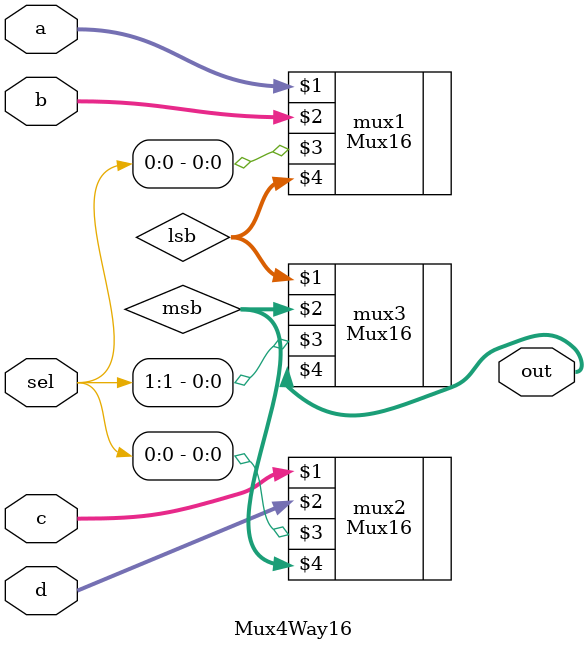
<source format=v>
module Mux4Way16 (
    input  [15:0] a,
    b,
    c,
    d,
    input  [ 1:0] sel,
    output [15:0] out
);

  wire [15:0] lsb;
  wire [15:0] msb;

  Mux16 mux1 (
      a,
      b,
      sel[0],
      lsb
  );
  Mux16 mux2 (
      c,
      d,
      sel[0],
      msb
  );
  Mux16 mux3 (
      lsb,
      msb,
      sel[1],
      out
  );

endmodule

</source>
